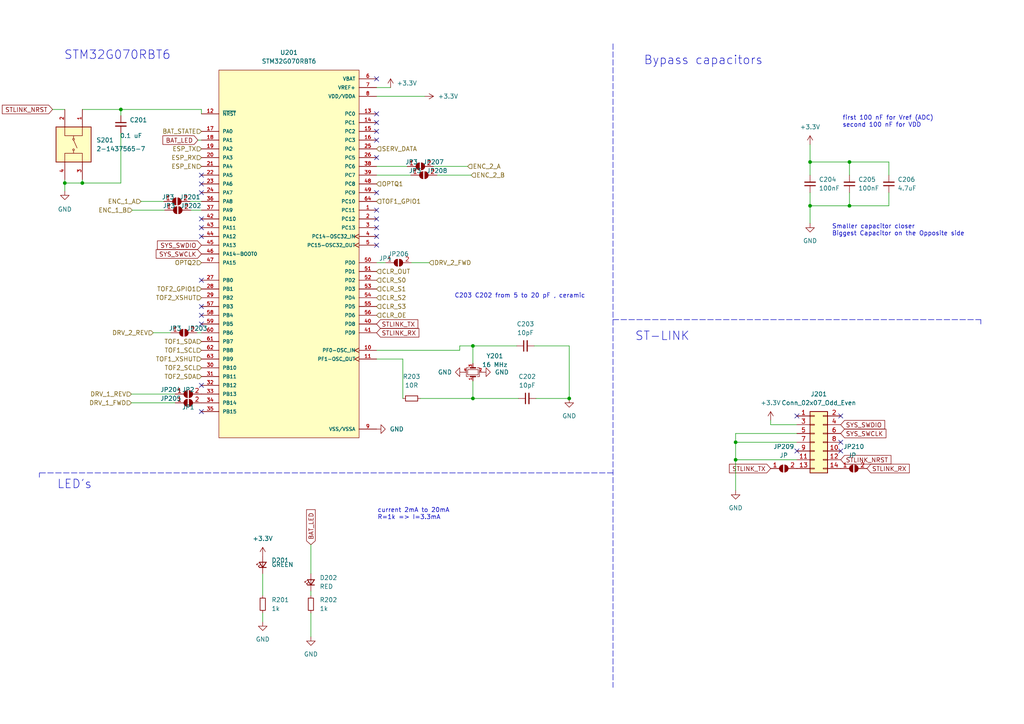
<source format=kicad_sch>
(kicad_sch (version 20211123) (generator eeschema)
  (paper "A4")
  (lib_symbols
    (symbol "2-1437565-7:2-1437565-7" (pin_names (offset 1.016) hide)
      (property "Reference" "S" (at -4.572 5.588 0))
      (property "Value" "2-1437565-7" (at -5.08 -6.858 0))
      (symbol "2-1437565-7_0_0"
        (rectangle (start -5.08 -5.08) (end 5.08 5.08) (stroke (width 0.254)) (fill (type background)))
        (circle (center -1.524 0) (radius 0.254) (stroke (width 0.1524)))
        (polyline (pts (xy -5.08 2.54) (xy -2.54 2.54)) (stroke (width 0.1524)))
        (polyline (pts (xy -2.54 -2.54) (xy -5.08 -2.54)) (stroke (width 0.1524)))
        (polyline (pts (xy -2.54 0) (xy -2.54 -2.54)) (stroke (width 0.1524)))
        (polyline (pts (xy -2.54 0) (xy -1.778 0)) (stroke (width 0.1524)))
        (polyline (pts (xy -2.54 2.54) (xy -2.54 0)) (stroke (width 0.1524)))
        (polyline (pts (xy -1.27 0) (xy 1.016 1.016)) (stroke (width 0.1524)))
        (polyline (pts (xy 2.54 -2.54) (xy 5.08 -2.54)) (stroke (width 0.1524)))
        (polyline (pts (xy 2.54 0) (xy 1.778 0)) (stroke (width 0.1524)))
        (polyline (pts (xy 2.54 0) (xy 2.54 -2.54)) (stroke (width 0.1524)))
        (polyline (pts (xy 2.54 2.54) (xy 2.54 0)) (stroke (width 0.1524)))
        (polyline (pts (xy 5.08 2.54) (xy 2.54 2.54)) (stroke (width 0.1524)))
        (circle (center 1.524 0) (radius 0.254) (stroke (width 0.1524)))
        (pin passive line (at -10.16 2.54 0) (length 5.08) (name "~") (number "1"))
        (pin passive line (at -10.16 -2.54 0) (length 5.08) (name "~") (number "2"))
        (pin passive line (at 10.16 2.54 180) (length 5.08) (name "~") (number "3"))
        (pin passive line (at 10.16 -2.54 180) (length 5.08) (name "~") (number "4"))
      )
    )
    (symbol "Connector_Generic:Conn_02x07_Odd_Even" (pin_names (offset 1.016) hide)
      (property "Reference" "J" (at 1.27 10.16 0))
      (property "Value" "Conn_02x07_Odd_Even" (at 1.27 -10.16 0))
      (symbol "Conn_02x07_Odd_Even_1_1"
        (rectangle (start -1.27 -7.493) (end 0 -7.747) (stroke (width 0.1524)))
        (rectangle (start -1.27 -4.953) (end 0 -5.207) (stroke (width 0.1524)))
        (rectangle (start -1.27 -2.413) (end 0 -2.667) (stroke (width 0.1524)))
        (rectangle (start -1.27 0.127) (end 0 -0.127) (stroke (width 0.1524)))
        (rectangle (start -1.27 2.667) (end 0 2.413) (stroke (width 0.1524)))
        (rectangle (start -1.27 5.207) (end 0 4.953) (stroke (width 0.1524)))
        (rectangle (start -1.27 7.747) (end 0 7.493) (stroke (width 0.1524)))
        (rectangle (start -1.27 8.89) (end 3.81 -8.89) (stroke (width 0.254)) (fill (type background)))
        (rectangle (start 3.81 -7.493) (end 2.54 -7.747) (stroke (width 0.1524)))
        (rectangle (start 3.81 -4.953) (end 2.54 -5.207) (stroke (width 0.1524)))
        (rectangle (start 3.81 -2.413) (end 2.54 -2.667) (stroke (width 0.1524)))
        (rectangle (start 3.81 0.127) (end 2.54 -0.127) (stroke (width 0.1524)))
        (rectangle (start 3.81 2.667) (end 2.54 2.413) (stroke (width 0.1524)))
        (rectangle (start 3.81 5.207) (end 2.54 4.953) (stroke (width 0.1524)))
        (rectangle (start 3.81 7.747) (end 2.54 7.493) (stroke (width 0.1524)))
        (pin passive line (at -5.08 7.62 0) (length 3.81) (name "Pin_1") (number "1"))
        (pin passive line (at 7.62 -2.54 180) (length 3.81) (name "Pin_10") (number "10"))
        (pin passive line (at -5.08 -5.08 0) (length 3.81) (name "Pin_11") (number "11"))
        (pin passive line (at 7.62 -5.08 180) (length 3.81) (name "Pin_12") (number "12"))
        (pin passive line (at -5.08 -7.62 0) (length 3.81) (name "Pin_13") (number "13"))
        (pin passive line (at 7.62 -7.62 180) (length 3.81) (name "Pin_14") (number "14"))
        (pin passive line (at 7.62 7.62 180) (length 3.81) (name "Pin_2") (number "2"))
        (pin passive line (at -5.08 5.08 0) (length 3.81) (name "Pin_3") (number "3"))
        (pin passive line (at 7.62 5.08 180) (length 3.81) (name "Pin_4") (number "4"))
        (pin passive line (at -5.08 2.54 0) (length 3.81) (name "Pin_5") (number "5"))
        (pin passive line (at 7.62 2.54 180) (length 3.81) (name "Pin_6") (number "6"))
        (pin passive line (at -5.08 0 0) (length 3.81) (name "Pin_7") (number "7"))
        (pin passive line (at 7.62 0 180) (length 3.81) (name "Pin_8") (number "8"))
        (pin passive line (at -5.08 -2.54 0) (length 3.81) (name "Pin_9") (number "9"))
      )
    )
    (symbol "Device:C_Small" (pin_numbers hide) (pin_names (offset 0.254) hide)
      (property "Reference" "C" (at 0.254 1.778 0))
      (property "Value" "C_Small" (at 0.254 -2.032 0))
      (symbol "C_Small_0_1"
        (polyline (pts (xy -1.524 -0.508) (xy 1.524 -0.508)) (stroke (width 0.3302)))
        (polyline (pts (xy -1.524 0.508) (xy 1.524 0.508)) (stroke (width 0.3048)))
      )
      (symbol "C_Small_1_1"
        (pin passive line (at 0 2.54 270) (length 2.032) (name "~") (number "1"))
        (pin passive line (at 0 -2.54 90) (length 2.032) (name "~") (number "2"))
      )
    )
    (symbol "Device:Crystal_GND24_Small" (pin_names (offset 1.016) hide)
      (property "Reference" "Y" (at 1.27 4.445 0))
      (property "Value" "Crystal_GND24_Small" (at 1.27 2.54 0))
      (symbol "Crystal_GND24_Small_0_1"
        (rectangle (start -0.762 -1.524) (end 0.762 1.524))
        (polyline (pts (xy -1.27 -0.762) (xy -1.27 0.762)) (stroke (width 0.381)))
        (polyline (pts (xy 1.27 -0.762) (xy 1.27 0.762)) (stroke (width 0.381)))
        (polyline (pts (xy -1.27 -1.27) (xy -1.27 -1.905) (xy 1.27 -1.905) (xy 1.27 -1.27)))
        (polyline (pts (xy -1.27 1.27) (xy -1.27 1.905) (xy 1.27 1.905) (xy 1.27 1.27)))
      )
      (symbol "Crystal_GND24_Small_1_1"
        (pin passive line (at -2.54 0 0) (length 1.27) (name "1") (number "1"))
        (pin passive line (at 0 -2.54 90) (length 0.635) (name "2") (number "2"))
        (pin passive line (at 2.54 0 180) (length 1.27) (name "3") (number "3"))
        (pin passive line (at 0 2.54 270) (length 0.635) (name "4") (number "4"))
      )
    )
    (symbol "Device:LED_Small" (pin_numbers hide) (pin_names (offset 0.254) hide)
      (property "Reference" "D" (at -1.27 3.175 0))
      (property "Value" "LED_Small" (at -4.445 -2.54 0))
      (symbol "LED_Small_0_1"
        (polyline (pts (xy -0.762 -1.016) (xy -0.762 1.016)) (stroke (width 0.254)))
        (polyline (pts (xy 1.016 0) (xy -0.762 0)))
        (polyline (pts (xy 0.762 -1.016) (xy -0.762 0) (xy 0.762 1.016) (xy 0.762 -1.016)) (stroke (width 0.254)))
        (polyline (pts (xy 0 0.762) (xy -0.508 1.27) (xy -0.254 1.27) (xy -0.508 1.27) (xy -0.508 1.016)))
        (polyline (pts (xy 0.508 1.27) (xy 0 1.778) (xy 0.254 1.778) (xy 0 1.778) (xy 0 1.524)))
      )
      (symbol "LED_Small_1_1"
        (pin passive line (at -2.54 0 0) (length 1.778) (name "K") (number "1"))
        (pin passive line (at 2.54 0 180) (length 1.778) (name "A") (number "2"))
      )
    )
    (symbol "Device:R_Small" (pin_numbers hide) (pin_names (offset 0.254) hide)
      (property "Reference" "R" (at 0.762 0.508 0))
      (property "Value" "R_Small" (at 0.762 -1.016 0))
      (symbol "R_Small_0_1"
        (rectangle (start -0.762 1.778) (end 0.762 -1.778) (stroke (width 0.2032)))
      )
      (symbol "R_Small_1_1"
        (pin passive line (at 0 2.54 270) (length 0.762) (name "~") (number "1"))
        (pin passive line (at 0 -2.54 90) (length 0.762) (name "~") (number "2"))
      )
    )
    (symbol "Jumper:SolderJumper_2_Open" (pin_names (offset 0) hide)
      (property "Reference" "JP" (at 0 2.032 0))
      (property "Value" "SolderJumper_2_Open" (at 0 -2.54 0))
      (symbol "SolderJumper_2_Open_0_1"
        (arc (start -0.254 1.016) (mid -1.27 0) (end -0.254 -1.016))
        (arc (start -0.254 1.016) (mid -1.27 0) (end -0.254 -1.016) (fill (type outline)))
        (polyline (pts (xy -0.254 1.016) (xy -0.254 -1.016)))
        (polyline (pts (xy 0.254 1.016) (xy 0.254 -1.016)))
        (arc (start 0.254 -1.016) (mid 1.27 0) (end 0.254 1.016))
        (arc (start 0.254 -1.016) (mid 1.27 0) (end 0.254 1.016) (fill (type outline)))
      )
      (symbol "SolderJumper_2_Open_1_1"
        (pin passive line (at -3.81 0 0) (length 2.54) (name "A") (number "1"))
        (pin passive line (at 3.81 0 180) (length 2.54) (name "B") (number "2"))
      )
    )
    (symbol "STM32G070RBT6:STM32G070RBT6" (pin_names (offset 1.016))
      (property "Reference" "U" (at -20.32 54.61 0))
      (property "Value" "STM32G070RBT6" (at -20.32 -55.88 0))
      (symbol "STM32G070RBT6_0_0"
        (rectangle (start -20.32 -53.34) (end 20.32 53.34) (stroke (width 0.1524)) (fill (type background)))
        (pin bidirectional line (at 25.4 12.7 180) (length 5.08) (name "PC11") (number "1"))
        (pin bidirectional clock (at 25.4 -27.94 180) (length 5.08) (name "PF0-OSC_IN") (number "10"))
        (pin bidirectional clock (at 25.4 -30.48 180) (length 5.08) (name "PF1-OSC_OUT") (number "11"))
        (pin input line (at -25.4 40.64 0) (length 5.08) (name "~{NRST}") (number "12"))
        (pin bidirectional line (at 25.4 40.64 180) (length 5.08) (name "PC0") (number "13"))
        (pin bidirectional line (at 25.4 38.1 180) (length 5.08) (name "PC1") (number "14"))
        (pin bidirectional line (at 25.4 35.56 180) (length 5.08) (name "PC2") (number "15"))
        (pin bidirectional line (at 25.4 33.02 180) (length 5.08) (name "PC3") (number "16"))
        (pin bidirectional line (at -25.4 35.56 0) (length 5.08) (name "PA0") (number "17"))
        (pin bidirectional line (at -25.4 33.02 0) (length 5.08) (name "PA1") (number "18"))
        (pin bidirectional line (at -25.4 30.48 0) (length 5.08) (name "PA2") (number "19"))
        (pin bidirectional line (at 25.4 10.16 180) (length 5.08) (name "PC12") (number "2"))
        (pin bidirectional line (at -25.4 27.94 0) (length 5.08) (name "PA3") (number "20"))
        (pin bidirectional line (at -25.4 25.4 0) (length 5.08) (name "PA4") (number "21"))
        (pin bidirectional line (at -25.4 22.86 0) (length 5.08) (name "PA5") (number "22"))
        (pin bidirectional line (at -25.4 20.32 0) (length 5.08) (name "PA6") (number "23"))
        (pin bidirectional line (at -25.4 17.78 0) (length 5.08) (name "PA7") (number "24"))
        (pin bidirectional line (at 25.4 30.48 180) (length 5.08) (name "PC4") (number "25"))
        (pin bidirectional line (at 25.4 27.94 180) (length 5.08) (name "PC5") (number "26"))
        (pin bidirectional line (at -25.4 -7.62 0) (length 5.08) (name "PB0") (number "27"))
        (pin bidirectional line (at -25.4 -10.16 0) (length 5.08) (name "PB1") (number "28"))
        (pin bidirectional line (at -25.4 -12.7 0) (length 5.08) (name "PB2") (number "29"))
        (pin bidirectional line (at 25.4 7.62 180) (length 5.08) (name "PC13") (number "3"))
        (pin bidirectional line (at -25.4 -33.02 0) (length 5.08) (name "PB10") (number "30"))
        (pin bidirectional line (at -25.4 -35.56 0) (length 5.08) (name "PB11") (number "31"))
        (pin bidirectional line (at -25.4 -38.1 0) (length 5.08) (name "PB12") (number "32"))
        (pin bidirectional line (at -25.4 -40.64 0) (length 5.08) (name "PB13") (number "33"))
        (pin bidirectional line (at -25.4 -43.18 0) (length 5.08) (name "PB14") (number "34"))
        (pin bidirectional line (at -25.4 -45.72 0) (length 5.08) (name "PB15") (number "35"))
        (pin bidirectional line (at -25.4 15.24 0) (length 5.08) (name "PA8") (number "36"))
        (pin bidirectional line (at -25.4 12.7 0) (length 5.08) (name "PA9") (number "37"))
        (pin bidirectional line (at 25.4 25.4 180) (length 5.08) (name "PC6") (number "38"))
        (pin bidirectional line (at 25.4 22.86 180) (length 5.08) (name "PC7") (number "39"))
        (pin bidirectional clock (at 25.4 5.08 180) (length 5.08) (name "PC14-OSC32_IN") (number "4"))
        (pin bidirectional line (at 25.4 -20.32 180) (length 5.08) (name "PD8") (number "40"))
        (pin bidirectional line (at 25.4 -22.86 180) (length 5.08) (name "PD9") (number "41"))
        (pin bidirectional line (at -25.4 10.16 0) (length 5.08) (name "PA10") (number "42"))
        (pin bidirectional line (at -25.4 7.62 0) (length 5.08) (name "PA11") (number "43"))
        (pin bidirectional line (at -25.4 5.08 0) (length 5.08) (name "PA12") (number "44"))
        (pin bidirectional line (at -25.4 2.54 0) (length 5.08) (name "PA13") (number "45"))
        (pin bidirectional line (at -25.4 0 0) (length 5.08) (name "PA14-BOOT0") (number "46"))
        (pin bidirectional line (at -25.4 -2.54 0) (length 5.08) (name "PA15") (number "47"))
        (pin bidirectional line (at 25.4 20.32 180) (length 5.08) (name "PC8") (number "48"))
        (pin bidirectional line (at 25.4 17.78 180) (length 5.08) (name "PC9") (number "49"))
        (pin bidirectional clock (at 25.4 2.54 180) (length 5.08) (name "PC15-OSC32_OUT") (number "5"))
        (pin bidirectional line (at 25.4 -2.54 180) (length 5.08) (name "PD0") (number "50"))
        (pin bidirectional line (at 25.4 -5.08 180) (length 5.08) (name "PD1") (number "51"))
        (pin bidirectional line (at 25.4 -7.62 180) (length 5.08) (name "PD2") (number "52"))
        (pin bidirectional line (at 25.4 -10.16 180) (length 5.08) (name "PD3") (number "53"))
        (pin bidirectional line (at 25.4 -12.7 180) (length 5.08) (name "PD4") (number "54"))
        (pin bidirectional line (at 25.4 -15.24 180) (length 5.08) (name "PD5") (number "55"))
        (pin bidirectional line (at 25.4 -17.78 180) (length 5.08) (name "PD6") (number "56"))
        (pin bidirectional line (at -25.4 -15.24 0) (length 5.08) (name "PB3") (number "57"))
        (pin bidirectional line (at -25.4 -17.78 0) (length 5.08) (name "PB4") (number "58"))
        (pin bidirectional line (at -25.4 -20.32 0) (length 5.08) (name "PB5") (number "59"))
        (pin power_in line (at 25.4 50.8 180) (length 5.08) (name "VBAT") (number "6"))
        (pin bidirectional line (at -25.4 -22.86 0) (length 5.08) (name "PB6") (number "60"))
        (pin bidirectional line (at -25.4 -25.4 0) (length 5.08) (name "PB7") (number "61"))
        (pin bidirectional line (at -25.4 -27.94 0) (length 5.08) (name "PB8") (number "62"))
        (pin bidirectional line (at -25.4 -30.48 0) (length 5.08) (name "PB9") (number "63"))
        (pin bidirectional line (at 25.4 15.24 180) (length 5.08) (name "PC10") (number "64"))
        (pin power_in line (at 25.4 48.26 180) (length 5.08) (name "VREF+") (number "7"))
        (pin power_in line (at 25.4 45.72 180) (length 5.08) (name "VDD/VDDA") (number "8"))
        (pin power_in line (at 25.4 -50.8 180) (length 5.08) (name "VSS/VSSA") (number "9"))
      )
    )
    (symbol "power:+3.3V" (power) (pin_names (offset 0))
      (property "Value" "+3.3V" (at 0 3.556 0))
      (symbol "+3.3V_0_1"
        (polyline (pts (xy -0.762 1.27) (xy 0 2.54)))
        (polyline (pts (xy 0 0) (xy 0 2.54)))
        (polyline (pts (xy 0 2.54) (xy 0.762 1.27)))
      )
      (symbol "+3.3V_1_1"
        (pin power_in line (at 0 0 90) (length 0) hide (name "+3.3V") (number "1"))
      )
    )
    (symbol "power:GND" (power) (pin_names (offset 0))
      (property "Value" "GND" (at 0 -3.81 0))
      (symbol "GND_0_1"
        (polyline (pts (xy 0 0) (xy 0 -1.27) (xy 1.27 -1.27) (xy 0 -2.54) (xy -1.27 -1.27) (xy 0 -1.27)))
      )
      (symbol "GND_1_1"
        (pin power_in line (at 0 0 270) (length 0) hide (name "GND") (number "1"))
      )
    )
  )
  (junction (at 234.95 46.99))
  (junction (at 234.95 59.69))
  (junction (at 246.38 46.99))
  (junction (at 246.38 59.69))
  (junction (at 137.16 100.33))
  (junction (at 18.796 53.086))
  (junction (at 137.16 115.57))
  (junction (at 165.1 115.57))
  (junction (at 23.876 53.086))
  (junction (at 213.36 133.35))
  (junction (at 213.36 128.27))
  (junction (at 35.052 31.75))
  (no_connect (at 109.22 22.86))
  (no_connect (at 109.22 33.02))
  (no_connect (at 231.14 120.65))
  (no_connect (at 231.14 130.81))
  (no_connect (at 243.84 130.81))
  (no_connect (at 243.84 120.65))
  (no_connect (at 243.84 128.27))
  (no_connect (at 58.42 50.8))
  (no_connect (at 109.22 68.58))
  (no_connect (at 109.22 66.04))
  (no_connect (at 109.22 45.72))
  (no_connect (at 109.22 40.64))
  (no_connect (at 109.22 55.88))
  (no_connect (at 109.22 63.5))
  (no_connect (at 109.22 60.96))
  (no_connect (at 109.22 38.1))
  (no_connect (at 109.22 35.56))
  (no_connect (at 58.42 93.98))
  (no_connect (at 109.22 71.12))
  (no_connect (at 58.42 119.38))
  (no_connect (at 58.42 111.76))
  (no_connect (at 58.42 68.58))
  (no_connect (at 58.42 81.28))
  (no_connect (at 58.42 88.9))
  (no_connect (at 58.42 66.04))
  (no_connect (at 58.42 63.5))
  (no_connect (at 58.42 55.88))
  (no_connect (at 58.42 53.34))
  (no_connect (at 58.42 91.44))
  (wire (pts (xy 15.24 31.75) (xy 18.796 31.75)))
  (wire (pts (xy 234.95 41.91) (xy 234.95 46.99)))
  (wire (pts (xy 234.95 46.99) (xy 234.95 50.8)))
  (polyline (pts (xy 284.48 92.71) (xy 284.48 93.98)))
  (wire (pts (xy 231.14 125.73) (xy 213.36 125.73)))
  (wire (pts (xy 118.11 48.26) (xy 109.22 48.26)))
  (wire (pts (xy 76.2 177.8) (xy 76.2 180.34)))
  (polyline (pts (xy 11.43 137.16) (xy 11.43 138.43)))
  (wire (pts (xy 55.372 60.96) (xy 58.42 60.96)))
  (wire (pts (xy 135.636 48.26) (xy 125.73 48.26)))
  (wire (pts (xy 57.15 96.52) (xy 58.42 96.52)))
  (wire (pts (xy 124.46 76.2) (xy 119.38 76.2)))
  (wire (pts (xy 246.38 59.69) (xy 246.38 55.88)))
  (wire (pts (xy 40.894 58.42) (xy 47.498 58.42)))
  (wire (pts (xy 213.36 128.27) (xy 213.36 133.35)))
  (polyline (pts (xy 177.8 12.7) (xy 177.8 199.39)))
  (wire (pts (xy 38.1 116.84) (xy 50.8 116.84)))
  (wire (pts (xy 119.126 50.8) (xy 109.22 50.8)))
  (wire (pts (xy 35.052 38.608) (xy 35.052 53.086)))
  (wire (pts (xy 133.35 101.6) (xy 133.35 100.33)))
  (wire (pts (xy 223.52 123.19) (xy 231.14 123.19)))
  (wire (pts (xy 137.16 100.33) (xy 137.16 105.41)))
  (wire (pts (xy 165.1 100.33) (xy 165.1 115.57)))
  (polyline (pts (xy 177.8 92.71) (xy 284.48 92.71)))
  (wire (pts (xy 44.45 96.52) (xy 49.53 96.52)))
  (wire (pts (xy 57.404 40.64) (xy 58.42 40.64)))
  (wire (pts (xy 213.36 125.73) (xy 213.36 128.27)))
  (wire (pts (xy 18.796 53.086) (xy 23.876 53.086)))
  (wire (pts (xy 109.22 101.6) (xy 133.35 101.6)))
  (wire (pts (xy 213.36 142.24) (xy 213.36 133.35)))
  (wire (pts (xy 257.81 46.99) (xy 246.38 46.99)))
  (wire (pts (xy 137.16 115.57) (xy 121.92 115.57)))
  (wire (pts (xy 90.17 177.8) (xy 90.17 184.658)))
  (wire (pts (xy 76.2 166.37) (xy 76.2 172.72)))
  (wire (pts (xy 137.16 110.49) (xy 137.16 115.57)))
  (wire (pts (xy 23.876 31.75) (xy 35.052 31.75)))
  (wire (pts (xy 90.17 171.45) (xy 90.17 172.72)))
  (wire (pts (xy 116.84 104.14) (xy 109.22 104.14)))
  (wire (pts (xy 246.38 46.99) (xy 234.95 46.99)))
  (wire (pts (xy 257.81 55.88) (xy 257.81 59.69)))
  (wire (pts (xy 109.22 25.4) (xy 113.284 25.4)))
  (polyline (pts (xy 177.8 137.16) (xy 11.43 137.16)))
  (wire (pts (xy 38.1 114.3) (xy 50.8 114.3)))
  (wire (pts (xy 23.876 52.07) (xy 23.876 53.086)))
  (wire (pts (xy 234.95 59.69) (xy 246.38 59.69)))
  (wire (pts (xy 109.22 27.94) (xy 123.19 27.94)))
  (wire (pts (xy 149.86 100.33) (xy 137.16 100.33)))
  (wire (pts (xy 213.36 128.27) (xy 231.14 128.27)))
  (wire (pts (xy 234.95 59.69) (xy 234.95 64.77)))
  (wire (pts (xy 257.81 50.8) (xy 257.81 46.99)))
  (wire (pts (xy 90.17 157.988) (xy 90.17 166.37)))
  (wire (pts (xy 38.354 60.96) (xy 47.752 60.96)))
  (wire (pts (xy 136.652 50.8) (xy 126.746 50.8)))
  (wire (pts (xy 213.36 133.35) (xy 231.14 133.35)))
  (wire (pts (xy 234.95 55.88) (xy 234.95 59.69)))
  (wire (pts (xy 246.38 50.8) (xy 246.38 46.99)))
  (wire (pts (xy 133.35 100.33) (xy 137.16 100.33)))
  (wire (pts (xy 55.118 58.42) (xy 58.42 58.42)))
  (wire (pts (xy 35.052 31.75) (xy 58.42 31.75)))
  (wire (pts (xy 18.796 53.086) (xy 18.796 55.372)))
  (wire (pts (xy 257.81 59.69) (xy 246.38 59.69)))
  (wire (pts (xy 116.84 104.14) (xy 116.84 115.57)))
  (wire (pts (xy 154.94 100.33) (xy 165.1 100.33)))
  (wire (pts (xy 155.448 115.57) (xy 165.1 115.57)))
  (wire (pts (xy 35.052 53.086) (xy 23.876 53.086)))
  (wire (pts (xy 111.76 76.2) (xy 109.22 76.2)))
  (wire (pts (xy 58.42 31.75) (xy 58.42 33.02)))
  (wire (pts (xy 150.368 115.57) (xy 137.16 115.57)))
  (wire (pts (xy 35.052 31.75) (xy 35.052 33.528)))
  (wire (pts (xy 18.796 52.07) (xy 18.796 53.086)))
  (wire (pts (xy 223.52 123.19) (xy 223.52 121.92)))
  (text "first 100 nF for Vref (ADC)\nsecond 100 nF for VDD" (at 244.348 37.084 0) (effects (font (size 1.27 1.27)) (justify left bottom)))
  (text "LED's\n\n" (at 16.51 146.05 0) (effects (font (size 2.5 2.5)) (justify left bottom)))
  (text "Bypass capacitors \n" (at 186.69 19.05 0) (effects (font (size 2.5 2.5)) (justify left bottom)))
  (text "STM32G070RBT6\n" (at 18.542 17.526 0) (effects (font (size 2.5 2.5)) (justify left bottom)))
  (text "Smaller capacitor closer\nBiggest Capacitor on the Opposite side" (at 241.3 68.58 0) (effects (font (size 1.27 1.27)) (justify left bottom)))
  (text "ST-LINK" (at 184.15 99.06 0) (effects (font (size 2.5 2.5)) (justify left bottom)))
  (text "current 2mA to 20mA \nR=1k => I=3.3mA" (at 109.474 150.876 0) (effects (font (size 1.27 1.27)) (justify left bottom)))
  (text "C203 C202 from 5 to 20 pF , ceramic " (at 131.826 86.614 0) (effects (font (size 1.27 1.27)) (justify left bottom)))
  (global_label "STLINK_NRST" (shape input) (at 243.84 133.35 0) (property "Intersheet References" "${INTERSHEET_REFS}" (effects hide)))
  (global_label "STLINK_TX" (shape input) (at 223.52 135.89 180) (property "Intersheet References" "${INTERSHEET_REFS}" (effects hide)))
  (global_label "STLINK_TX" (shape input) (at 109.22 93.98 0) (property "Intersheet References" "${INTERSHEET_REFS}" (effects hide)))
  (global_label "STLINK_RX" (shape input) (at 109.22 96.52 0) (property "Intersheet References" "${INTERSHEET_REFS}" (effects hide)))
  (global_label "SYS_SWCLK" (shape input) (at 58.42 73.66 180) (property "Intersheet References" "${INTERSHEET_REFS}" (effects hide)))
  (global_label "STLINK_RX" (shape input) (at 251.46 135.89 0) (property "Intersheet References" "${INTERSHEET_REFS}" (effects hide)))
  (global_label "BAT_LED" (shape input) (at 90.17 157.988 90) (property "Intersheet References" "${INTERSHEET_REFS}" (effects hide)))
  (global_label "SYS_SWDIO" (shape input) (at 243.84 123.19 0) (property "Intersheet References" "${INTERSHEET_REFS}" (effects hide)))
  (global_label "SYS_SWCLK" (shape input) (at 243.84 125.73 0) (property "Intersheet References" "${INTERSHEET_REFS}" (effects hide)))
  (global_label "SYS_SWDIO" (shape input) (at 58.42 71.12 180) (property "Intersheet References" "${INTERSHEET_REFS}" (effects hide)))
  (global_label "STLINK_NRST" (shape input) (at 15.24 31.75 180) (property "Intersheet References" "${INTERSHEET_REFS}" (effects hide)))
  (global_label "BAT_LED" (shape input) (at 57.404 40.64 180) (property "Intersheet References" "${INTERSHEET_REFS}" (effects hide)))
  (hierarchical_label "CLR_OUT" (shape input) (at 109.22 78.74 0))
  (hierarchical_label "DRV_2_REV" (shape input) (at 44.45 96.52 180))
  (hierarchical_label "BAT_STATE" (shape input) (at 58.42 38.1 180))
  (hierarchical_label "TOF2_XSHUT" (shape input) (at 58.42 86.36 180))
  (hierarchical_label "CLR_S2" (shape input) (at 109.22 86.36 0))
  (hierarchical_label "DRV_1_REV" (shape input) (at 38.1 114.3 180))
  (hierarchical_label "TOF1_SDA" (shape input) (at 58.42 99.06 180))
  (hierarchical_label "TOF2_SDA" (shape input) (at 58.42 109.22 180))
  (hierarchical_label "TOF1_XSHUT" (shape input) (at 58.42 104.14 180))
  (hierarchical_label "CLR_S1" (shape input) (at 109.22 83.82 0))
  (hierarchical_label "OPTQ1" (shape input) (at 109.22 53.34 0))
  (hierarchical_label "DRV_1_FWD" (shape input) (at 38.1 116.84 180))
  (hierarchical_label "TOF1_SCL" (shape input) (at 58.42 101.6 180))
  (hierarchical_label "ESP_TX" (shape input) (at 58.42 43.18 180))
  (hierarchical_label "CLR_S0" (shape input) (at 109.22 81.28 0))
  (hierarchical_label "ESP_EN" (shape input) (at 58.42 48.26 180))
  (hierarchical_label "CLR_OE" (shape input) (at 109.22 91.44 0))
  (hierarchical_label "TOF2_SCL" (shape input) (at 58.42 106.68 180))
  (hierarchical_label "OPTQ2" (shape input) (at 58.42 76.2 180))
  (hierarchical_label "TOF2_GPIO1" (shape input) (at 58.42 83.82 180))
  (hierarchical_label "TOF1_GPIO1" (shape input) (at 109.22 58.42 0))
  (hierarchical_label "ENC_2_A" (shape input) (at 135.636 48.26 0))
  (hierarchical_label "CLR_S3" (shape input) (at 109.22 88.9 0))
  (hierarchical_label "DRV_2_FWD" (shape input) (at 124.46 76.2 0))
  (hierarchical_label "ENC_1_B" (shape input) (at 38.354 60.96 180))
  (hierarchical_label "ENC_1_A" (shape input) (at 40.894 58.42 180))
  (hierarchical_label "ENC_2_B" (shape input) (at 136.652 50.8 0))
  (hierarchical_label "ESP_RX" (shape input) (at 58.42 45.72 180))
  (hierarchical_label "SERV_DATA" (shape input) (at 109.22 43.18 0))
  (symbol (lib_id "Device:Crystal_GND24_Small") (at 137.16 107.95 90) (unit 1)
    (property "Reference" "Y201" (at 143.51 103.251 90))
    (property "Value" "16 MHz" (at 143.51 105.791 90))
    (property "Footprint" "Crystal:Crystal_SMD_EuroQuartz_MT-4Pin_3.2x2.5mm" (effects hide))
  )
  (symbol (lib_id "power:GND") (at 90.17 184.658 0) (unit 1)
    (property "Reference" "#PWR0204" (effects hide))
    (property "Value" "GND" (at 90.17 189.738 0))
  )
  (symbol (lib_id "Jumper:SolderJumper_2_Open") (at 115.57 76.2 0) (unit 1)
    (property "Reference" "JP206" (at 115.57 73.66 0))
    (property "Value" "JP4" (at 111.76 74.93 0))
    (property "Footprint" "Jumper:SolderJumper-2_P1.3mm_Open_TrianglePad1.0x1.5mm" (effects hide))
  )
  (symbol (lib_id "Device:C_Small") (at 152.4 100.33 90) (unit 1)
    (property "Reference" "C203" (at 152.4063 93.98 90))
    (property "Value" "10pF" (at 152.4063 96.52 90))
    (property "Footprint" "Capacitor_SMD:C_0603_1608Metric_Pad1.08x0.95mm_HandSolder" (effects hide))
  )
  (symbol (lib_id "power:GND") (at 139.7 107.95 90) (unit 1)
    (property "Reference" "#PWR0208" (effects hide))
    (property "Value" "GND" (at 143.51 107.9499 90) (effects (justify right)))
  )
  (symbol (lib_id "power:GND") (at 134.62 107.95 270) (unit 1)
    (property "Reference" "#PWR0207" (effects hide))
    (property "Value" "GND" (at 127 107.95 90) (effects (justify left)))
  )
  (symbol (lib_id "Device:C_Small") (at 234.95 53.34 180) (unit 1)
    (property "Reference" "C204" (at 237.49 52.0635 0) (effects (justify right)))
    (property "Value" "100nF" (at 237.49 54.6035 0) (effects (justify right)))
    (property "Footprint" "Capacitor_SMD:C_0603_1608Metric_Pad1.08x0.95mm_HandSolder" (effects hide))
  )
  (symbol (lib_id "power:+3.3V") (at 223.52 121.92 0) (unit 1)
    (property "Reference" "#PWR0211" (effects hide))
    (property "Value" "+3.3V" (at 223.52 116.84 0))
  )
  (symbol (lib_id "Device:C_Small") (at 246.38 53.34 180) (unit 1)
    (property "Reference" "C205" (at 248.92 52.0635 0) (effects (justify right)))
    (property "Value" "100nF" (at 248.92 54.6035 0) (effects (justify right)))
    (property "Footprint" "Capacitor_SMD:C_0603_1608Metric_Pad1.08x0.95mm_HandSolder" (effects hide))
  )
  (symbol (lib_id "Device:LED_Small") (at 90.17 168.91 90) (unit 1)
    (property "Reference" "D202" (at 92.71 167.5764 90) (effects (justify right)))
    (property "Value" "RED" (at 92.71 170.1164 90) (effects (justify right)))
    (property "Footprint" "LED_SMD:LED_0603_1608Metric_Pad1.05x0.95mm_HandSolder" (effects hide))
  )
  (symbol (lib_id "Jumper:SolderJumper_2_Open") (at 227.33 135.89 0) (unit 1)
    (property "Reference" "JP209" (at 227.33 129.54 0))
    (property "Value" "JP" (at 227.33 132.08 0))
    (property "Footprint" "Jumper:SolderJumper-2_P1.3mm_Open_TrianglePad1.0x1.5mm" (effects hide))
  )
  (symbol (lib_id "Device:R_Small") (at 90.17 175.26 180) (unit 1)
    (property "Reference" "R202" (at 92.71 173.9899 0) (effects (justify right)))
    (property "Value" "1k" (at 92.71 176.5299 0) (effects (justify right)))
    (property "Footprint" "Resistor_SMD:R_0603_1608Metric_Pad0.98x0.95mm_HandSolder" (effects hide))
  )
  (symbol (lib_id "power:+3.3V") (at 113.284 25.4 0) (unit 1)
    (property "Reference" "#PWR0103" (effects hide))
    (property "Value" "+3.3V" (at 115.062 24.1299 0) (effects (justify left)))
  )
  (symbol (lib_id "Device:C_Small") (at 35.052 36.068 0) (unit 1)
    (property "Reference" "C201" (at 37.592 34.8042 0) (effects (justify left)))
    (property "Value" "0.1 uF" (at 34.798 39.37 0) (effects (justify left)))
    (property "Footprint" "Capacitor_SMD:C_0603_1608Metric_Pad1.08x0.95mm_HandSolder" (effects hide))
  )
  (symbol (lib_id "Jumper:SolderJumper_2_Open") (at 121.92 48.26 0) (unit 1)
    (property "Reference" "JP207" (at 125.73 46.99 0))
    (property "Value" "JP3" (at 119.38 46.99 0))
    (property "Footprint" "Jumper:SolderJumper-2_P1.3mm_Open_TrianglePad1.0x1.5mm" (effects hide))
  )
  (symbol (lib_id "power:GND") (at 165.1 115.57 0) (unit 1)
    (property "Reference" "#PWR0209" (effects hide))
    (property "Value" "GND" (at 165.1 120.65 0))
  )
  (symbol (lib_id "Device:C_Small") (at 152.908 115.57 90) (unit 1)
    (property "Reference" "C202" (at 152.9143 109.22 90))
    (property "Value" "10pF" (at 152.9143 111.76 90))
    (property "Footprint" "Capacitor_SMD:C_0603_1608Metric_Pad1.08x0.95mm_HandSolder" (effects hide))
  )
  (symbol (lib_id "Jumper:SolderJumper_2_Open") (at 54.61 116.84 0) (unit 1)
    (property "Reference" "JP205" (at 49.53 115.57 0))
    (property "Value" "JP2" (at 54.61 113.03 0))
    (property "Footprint" "Jumper:SolderJumper-2_P1.3mm_Open_TrianglePad1.0x1.5mm" (effects hide))
  )
  (symbol (lib_id "Connector_Generic:Conn_02x07_Odd_Even") (at 236.22 128.27 0) (unit 1)
    (property "Reference" "J201" (at 237.49 114.3 0))
    (property "Value" "Conn_02x07_Odd_Even" (at 237.49 116.84 0))
    (property "Footprint" "Connector_PinHeader_1.27mm:PinHeader_2x07_P1.27mm_Vertical_SMD" (effects hide))
  )
  (symbol (lib_id "power:+3.3V") (at 234.95 41.91 0) (unit 1)
    (property "Reference" "#PWR0212" (effects hide))
    (property "Value" "+3.3V" (at 234.95 36.83 0))
  )
  (symbol (lib_id "Device:LED_Small") (at 76.2 163.83 90) (unit 1)
    (property "Reference" "D201" (at 78.74 162.4964 90) (effects (justify right)))
    (property "Value" "GREEN" (at 78.74 163.7664 90) (effects (justify right)))
    (property "Footprint" "LED_SMD:LED_0603_1608Metric_Pad1.05x0.95mm_HandSolder" (effects hide))
  )
  (symbol (lib_id "STM32G070RBT6:STM32G070RBT6") (at 83.82 73.66 0) (unit 1)
    (property "Reference" "U201" (at 83.82 15.24 0))
    (property "Value" "STM32G070RBT6" (at 83.82 17.78 0))
    (property "Footprint" "Package_QFP:LQFP-64_10x10mm_P0.5mm" (effects hide))
    (property "D1_MIN" "10.0" (effects hide))
    (property "E_NOM" "12.0" (effects hide))
    (property "L_NOM" "0.6" (effects hide))
    (property "B_MIN" "0.17" (effects hide))
    (property "E_MAX" "12.0" (effects hide))
    (property "D2_NOM" "0.0" (effects hide))
    (property "D1_NOM" "10.0" (effects hide))
    (property "D_MIN" "12.0" (effects hide))
    (property "E_MIN" "12.0" (effects hide))
    (property "L_MAX" "0.75" (effects hide))
    (property "L_MIN" "0.45" (effects hide))
    (property "D1_MAX" "10.0" (effects hide))
    (property "A1_MIN" "0.15" (effects hide))
    (property "MAXIMUM_PACKAGE_HEIGHT" "1.6mm" (effects hide))
    (property "PIN_COUNT_E" "16.0" (effects hide))
    (property "PIN_COUNT_D" "16.0" (effects hide))
    (property "PARTREV" "1" (effects hide))
    (property "ENOM" "0.5" (effects hide))
    (property "D_MAX" "12.0" (effects hide))
    (property "MANUFACTURER" "ST" (effects hide))
    (property "E1_MAX" "10.0" (effects hide))
    (property "E1_NOM" "10.0" (effects hide))
    (property "E2_NOM" "0.0" (effects hide))
    (property "A_MAX" "1.6" (effects hide))
    (property "D_NOM" "12.0" (effects hide))
    (property "B_MAX" "0.27" (effects hide))
    (property "B_NOM" "0.22" (effects hide))
    (property "E1_MIN" "10.0" (effects hide))
    (property "STANDARD" "IPC 7351B" (effects hide))
  )
  (symbol (lib_id "power:GND") (at 213.36 142.24 0) (unit 1)
    (property "Reference" "#PWR0210" (effects hide))
    (property "Value" "GND" (at 213.36 147.32 0))
  )
  (symbol (lib_id "power:+3.3V") (at 76.2 161.29 0) (unit 1)
    (property "Reference" "#PWR0202" (effects hide))
    (property "Value" "+3.3V" (at 76.2 156.21 0))
  )
  (symbol (lib_id "power:GND") (at 76.2 180.34 0) (unit 1)
    (property "Reference" "#PWR0203" (effects hide))
    (property "Value" "GND" (at 76.2 185.42 0))
  )
  (symbol (lib_id "power:GND") (at 109.22 124.46 90) (unit 1)
    (property "Reference" "#PWR0205" (effects hide))
    (property "Value" "GND" (at 113.03 124.4599 90) (effects (justify right)))
  )
  (symbol (lib_id "Jumper:SolderJumper_2_Open") (at 54.61 114.3 0) (unit 1)
    (property "Reference" "JP204" (at 49.53 113.03 0))
    (property "Value" "JP1" (at 54.61 118.11 0))
    (property "Footprint" "Jumper:SolderJumper-2_P1.3mm_Open_TrianglePad1.0x1.5mm" (effects hide))
  )
  (symbol (lib_id "2-1437565-7:2-1437565-7") (at 21.336 41.91 270) (unit 1)
    (property "Reference" "S201" (at 27.94 40.6399 90) (effects (justify left)))
    (property "Value" "2-1437565-7" (at 27.94 43.1799 90) (effects (justify left)))
    (property "Footprint" "2-1437565-7 (1):SW_2-1437565-7" (effects hide))
    (property "Contact_Current_Rating" "50 mA" (effects hide))
    (property "Configuration_Pole-Throw" "Single Pole - Single Throw" (effects hide))
    (property "Comment" "2-1437565-7" (effects hide))
  )
  (symbol (lib_id "Jumper:SolderJumper_2_Open") (at 51.308 58.42 0) (unit 1)
    (property "Reference" "JP201" (at 55.118 57.15 0))
    (property "Value" "JP3" (at 48.768 57.15 0))
    (property "Footprint" "Jumper:SolderJumper-2_P1.3mm_Open_TrianglePad1.0x1.5mm" (effects hide))
  )
  (symbol (lib_id "power:+3.3V") (at 123.19 27.94 270) (unit 1)
    (property "Reference" "#PWR0206" (effects hide))
    (property "Value" "+3.3V" (at 127 27.9399 90) (effects (justify left)))
  )
  (symbol (lib_id "Jumper:SolderJumper_2_Open") (at 247.65 135.89 0) (unit 1)
    (property "Reference" "JP210" (at 247.65 129.54 0))
    (property "Value" "JP " (at 247.65 132.08 0))
    (property "Footprint" "Jumper:SolderJumper-2_P1.3mm_Open_TrianglePad1.0x1.5mm" (effects hide))
  )
  (symbol (lib_id "Device:C_Small") (at 257.81 53.34 180) (unit 1)
    (property "Reference" "C206" (at 260.35 52.0635 0) (effects (justify right)))
    (property "Value" "4.7uF" (at 260.35 54.6035 0) (effects (justify right)))
    (property "Footprint" "Capacitor_SMD:C_0603_1608Metric_Pad1.08x0.95mm_HandSolder" (effects hide))
  )
  (symbol (lib_id "power:GND") (at 234.95 64.77 0) (unit 1)
    (property "Reference" "#PWR0213" (effects hide))
    (property "Value" "GND" (at 234.95 69.85 0))
  )
  (symbol (lib_id "Jumper:SolderJumper_2_Open") (at 122.936 50.8 0) (unit 1)
    (property "Reference" "JP208" (at 126.746 49.53 0))
    (property "Value" "JP3" (at 120.396 49.53 0))
    (property "Footprint" "Jumper:SolderJumper-2_P1.3mm_Open_TrianglePad1.0x1.5mm" (effects hide))
  )
  (symbol (lib_id "Jumper:SolderJumper_2_Open") (at 53.34 96.52 0) (unit 1)
    (property "Reference" "JP203" (at 57.15 95.25 0))
    (property "Value" "JP3" (at 50.8 95.25 0))
    (property "Footprint" "Jumper:SolderJumper-2_P1.3mm_Open_TrianglePad1.0x1.5mm" (effects hide))
  )
  (symbol (lib_id "Device:R_Small") (at 76.2 175.26 180) (unit 1)
    (property "Reference" "R201" (at 78.74 173.9899 0) (effects (justify right)))
    (property "Value" "1k" (at 78.74 176.5299 0) (effects (justify right)))
    (property "Footprint" "Resistor_SMD:R_0603_1608Metric_Pad0.98x0.95mm_HandSolder" (effects hide))
  )
  (symbol (lib_id "Jumper:SolderJumper_2_Open") (at 51.562 60.96 0) (unit 1)
    (property "Reference" "JP202" (at 55.372 59.69 0))
    (property "Value" "JP3" (at 49.022 59.69 0))
    (property "Footprint" "Jumper:SolderJumper-2_P1.3mm_Open_TrianglePad1.0x1.5mm" (effects hide))
  )
  (symbol (lib_id "power:GND") (at 18.796 55.372 0) (unit 1)
    (property "Reference" "#PWR0102" (effects hide))
    (property "Value" "GND" (at 18.796 60.706 0))
  )
  (symbol (lib_id "Device:R_Small") (at 119.38 115.57 90) (unit 1)
    (property "Reference" "R203" (at 119.38 109.22 90))
    (property "Value" "10R" (at 119.38 111.76 90))
    (property "Footprint" "Resistor_SMD:R_0603_1608Metric_Pad0.98x0.95mm_HandSolder" (effects hide))
  )
)
</source>
